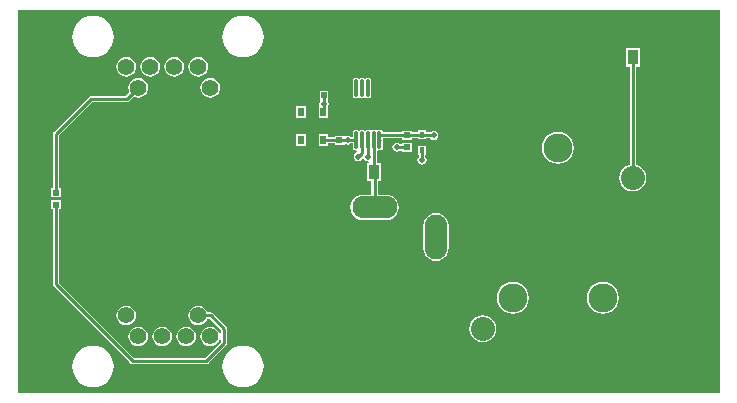
<source format=gtl>
G04*
G04 #@! TF.GenerationSoftware,Altium Limited,Altium Designer,20.2.4 (192)*
G04*
G04 Layer_Physical_Order=1*
G04 Layer_Color=255*
%FSLAX25Y25*%
%MOIN*%
G70*
G04*
G04 #@! TF.SameCoordinates,5AF248B1-ED0B-47C2-8BD6-9DFDD3C18100*
G04*
G04*
G04 #@! TF.FilePolarity,Positive*
G04*
G01*
G75*
%ADD10C,0.01000*%
G04:AMPARAMS|DCode=18|XSize=57.09mil|YSize=11.81mil|CornerRadius=1.48mil|HoleSize=0mil|Usage=FLASHONLY|Rotation=90.000|XOffset=0mil|YOffset=0mil|HoleType=Round|Shape=RoundedRectangle|*
%AMROUNDEDRECTD18*
21,1,0.05709,0.00886,0,0,90.0*
21,1,0.05413,0.01181,0,0,90.0*
1,1,0.00295,0.00443,0.02707*
1,1,0.00295,0.00443,-0.02707*
1,1,0.00295,-0.00443,-0.02707*
1,1,0.00295,-0.00443,0.02707*
%
%ADD18ROUNDEDRECTD18*%
%ADD19R,0.01575X0.01890*%
%ADD20R,0.02362X0.01968*%
%ADD21R,0.02165X0.03150*%
%ADD22R,0.03543X0.05118*%
%ADD23R,0.01968X0.01968*%
%ADD24R,0.01968X0.01968*%
%ADD39C,0.08200*%
%ADD40C,0.05500*%
%ADD41C,0.08000*%
%ADD42C,0.09600*%
%ADD43O,0.07480X0.14961*%
%ADD44O,0.14961X0.07480*%
%ADD45C,0.02000*%
G36*
X294256Y40390D02*
X60075D01*
Y168272D01*
X294256D01*
X294256Y40390D01*
D02*
G37*
%LPC*%
G36*
X135236Y166225D02*
X133884Y166092D01*
X132583Y165697D01*
X131384Y165056D01*
X130334Y164194D01*
X129471Y163143D01*
X128831Y161945D01*
X128436Y160644D01*
X128303Y159291D01*
X128436Y157939D01*
X128831Y156638D01*
X129471Y155439D01*
X130334Y154389D01*
X131384Y153526D01*
X132583Y152886D01*
X133884Y152491D01*
X135236Y152358D01*
X136589Y152491D01*
X137890Y152886D01*
X139088Y153526D01*
X140139Y154389D01*
X141001Y155439D01*
X141642Y156638D01*
X142036Y157939D01*
X142170Y159291D01*
X142036Y160644D01*
X141642Y161945D01*
X141001Y163143D01*
X140139Y164194D01*
X139088Y165056D01*
X137890Y165697D01*
X136589Y166092D01*
X135236Y166225D01*
D02*
G37*
G36*
X85236D02*
X83884Y166092D01*
X82583Y165697D01*
X81384Y165056D01*
X80334Y164194D01*
X79471Y163143D01*
X78831Y161945D01*
X78436Y160644D01*
X78303Y159291D01*
X78436Y157939D01*
X78831Y156638D01*
X79471Y155439D01*
X80334Y154389D01*
X81384Y153526D01*
X82583Y152886D01*
X83884Y152491D01*
X85236Y152358D01*
X86589Y152491D01*
X87889Y152886D01*
X89088Y153526D01*
X90139Y154389D01*
X91001Y155439D01*
X91642Y156638D01*
X92036Y157939D01*
X92170Y159291D01*
X92036Y160644D01*
X91642Y161945D01*
X91001Y163143D01*
X90139Y164194D01*
X89088Y165056D01*
X87889Y165697D01*
X86589Y166092D01*
X85236Y166225D01*
D02*
G37*
G36*
X120236Y152569D02*
X119388Y152458D01*
X118597Y152130D01*
X117918Y151609D01*
X117397Y150930D01*
X117070Y150140D01*
X116958Y149291D01*
X117070Y148443D01*
X117397Y147652D01*
X117918Y146973D01*
X118597Y146452D01*
X119388Y146125D01*
X120236Y146013D01*
X121085Y146125D01*
X121875Y146452D01*
X122554Y146973D01*
X123075Y147652D01*
X123403Y148443D01*
X123514Y149291D01*
X123403Y150140D01*
X123075Y150930D01*
X122554Y151609D01*
X121875Y152130D01*
X121085Y152458D01*
X120236Y152569D01*
D02*
G37*
G36*
X112236D02*
X111388Y152458D01*
X110597Y152130D01*
X109918Y151609D01*
X109397Y150930D01*
X109070Y150140D01*
X108958Y149291D01*
X109070Y148443D01*
X109397Y147652D01*
X109918Y146973D01*
X110597Y146452D01*
X111388Y146125D01*
X112236Y146013D01*
X113085Y146125D01*
X113875Y146452D01*
X114554Y146973D01*
X115075Y147652D01*
X115403Y148443D01*
X115514Y149291D01*
X115403Y150140D01*
X115075Y150930D01*
X114554Y151609D01*
X113875Y152130D01*
X113085Y152458D01*
X112236Y152569D01*
D02*
G37*
G36*
X104236D02*
X103388Y152458D01*
X102597Y152130D01*
X101918Y151609D01*
X101397Y150930D01*
X101070Y150140D01*
X100958Y149291D01*
X101070Y148443D01*
X101397Y147652D01*
X101918Y146973D01*
X102597Y146452D01*
X103388Y146125D01*
X104236Y146013D01*
X105085Y146125D01*
X105875Y146452D01*
X106554Y146973D01*
X107075Y147652D01*
X107403Y148443D01*
X107514Y149291D01*
X107403Y150140D01*
X107075Y150930D01*
X106554Y151609D01*
X105875Y152130D01*
X105085Y152458D01*
X104236Y152569D01*
D02*
G37*
G36*
X96236D02*
X95388Y152458D01*
X94597Y152130D01*
X93918Y151609D01*
X93397Y150930D01*
X93070Y150140D01*
X92958Y149291D01*
X93070Y148443D01*
X93397Y147652D01*
X93918Y146973D01*
X94597Y146452D01*
X95388Y146125D01*
X96236Y146013D01*
X97085Y146125D01*
X97875Y146452D01*
X98554Y146973D01*
X99075Y147652D01*
X99403Y148443D01*
X99514Y149291D01*
X99403Y150140D01*
X99075Y150930D01*
X98554Y151609D01*
X97875Y152130D01*
X97085Y152458D01*
X96236Y152569D01*
D02*
G37*
G36*
X177215Y145493D02*
X176329D01*
X176076Y145443D01*
X175787Y145329D01*
X175499Y145443D01*
X175246Y145493D01*
X174360D01*
X174108Y145443D01*
X173819Y145329D01*
X173530Y145443D01*
X173277Y145493D01*
X172392D01*
X172139Y145443D01*
X171925Y145300D01*
X171782Y145085D01*
X171731Y144833D01*
Y139419D01*
X171782Y139167D01*
X171925Y138952D01*
X172139Y138809D01*
X172392Y138759D01*
X173277D01*
X173530Y138809D01*
X173819Y138923D01*
X174108Y138809D01*
X174360Y138759D01*
X175246D01*
X175499Y138809D01*
X175787Y138923D01*
X176076Y138809D01*
X176329Y138759D01*
X177215D01*
X177467Y138809D01*
X177682Y138952D01*
X177825Y139167D01*
X177875Y139419D01*
Y144833D01*
X177825Y145085D01*
X177682Y145300D01*
X177467Y145443D01*
X177215Y145493D01*
D02*
G37*
G36*
X124236Y145569D02*
X123388Y145458D01*
X122597Y145130D01*
X121918Y144609D01*
X121397Y143930D01*
X121070Y143140D01*
X120958Y142291D01*
X121070Y141443D01*
X121397Y140652D01*
X121918Y139973D01*
X122597Y139453D01*
X123388Y139125D01*
X124236Y139013D01*
X125085Y139125D01*
X125875Y139453D01*
X126554Y139973D01*
X127075Y140652D01*
X127403Y141443D01*
X127514Y142291D01*
X127403Y143140D01*
X127075Y143930D01*
X126554Y144609D01*
X125875Y145130D01*
X125085Y145458D01*
X124236Y145569D01*
D02*
G37*
G36*
X100236D02*
X99388Y145458D01*
X98597Y145130D01*
X97918Y144609D01*
X97397Y143930D01*
X97070Y143140D01*
X96958Y142291D01*
X97070Y141443D01*
X97326Y140823D01*
X96105Y139602D01*
X84449D01*
X84059Y139525D01*
X83728Y139304D01*
X72114Y127690D01*
X71893Y127359D01*
X71815Y126969D01*
Y108768D01*
X71153D01*
Y105799D01*
X74516D01*
Y108768D01*
X73854D01*
Y126546D01*
X84871Y137563D01*
X96528D01*
X96918Y137641D01*
X97249Y137862D01*
X98768Y139382D01*
X99388Y139125D01*
X100236Y139013D01*
X101085Y139125D01*
X101875Y139453D01*
X102554Y139973D01*
X103075Y140652D01*
X103403Y141443D01*
X103514Y142291D01*
X103403Y143140D01*
X103075Y143930D01*
X102554Y144609D01*
X101875Y145130D01*
X101085Y145458D01*
X100236Y145569D01*
D02*
G37*
G36*
X163689Y141248D02*
X160721D01*
Y138279D01*
X160721D01*
X160916Y137779D01*
X160792Y137593D01*
X160675Y137008D01*
X160711Y136827D01*
X160425Y136327D01*
X160425D01*
Y132177D01*
X163591D01*
Y136327D01*
X163591Y136327D01*
X163608Y136408D01*
X163618Y136423D01*
X163734Y137008D01*
X163618Y137593D01*
X163493Y137779D01*
X163689Y138279D01*
X163689D01*
Y141248D01*
D02*
G37*
G36*
X156110Y136327D02*
X152945D01*
Y132177D01*
X156110D01*
Y136327D01*
D02*
G37*
G36*
X181152Y128170D02*
X180266D01*
X180013Y128120D01*
X179724Y128006D01*
X179436Y128120D01*
X179183Y128170D01*
X178297D01*
X178044Y128120D01*
X177756Y128006D01*
X177467Y128120D01*
X177215Y128170D01*
X176329D01*
X176076Y128120D01*
X175787Y128006D01*
X175499Y128120D01*
X175246Y128170D01*
X174360D01*
X174108Y128120D01*
X173819Y128006D01*
X173530Y128120D01*
X173277Y128170D01*
X172392D01*
X172139Y128120D01*
X171925Y127977D01*
X171782Y127762D01*
X171731Y127510D01*
Y125823D01*
X171202D01*
X171160Y125885D01*
X170664Y126216D01*
X170079Y126332D01*
X169493Y126216D01*
X169307Y126092D01*
X168807Y126287D01*
Y126287D01*
X165839D01*
Y125823D01*
X163591D01*
Y126878D01*
X160425D01*
Y122728D01*
X163591D01*
Y123784D01*
X165839D01*
Y123319D01*
X168807D01*
Y123319D01*
X169307Y123515D01*
X169493Y123390D01*
X170079Y123274D01*
X170664Y123390D01*
X171160Y123722D01*
X171202Y123784D01*
X171731D01*
Y122097D01*
X171782Y121844D01*
X171925Y121630D01*
X172139Y121486D01*
X172392Y121436D01*
X173016D01*
X173402Y121016D01*
X173416Y120970D01*
X173376Y120772D01*
X173037Y120704D01*
X172541Y120373D01*
X172209Y119877D01*
X172093Y119291D01*
X172209Y118706D01*
X172541Y118210D01*
X173037Y117878D01*
X173622Y117762D01*
X174207Y117878D01*
X174704Y118210D01*
X174897Y118500D01*
X175465D01*
X175659Y118210D01*
X176155Y117878D01*
X176740Y117762D01*
X176954Y117805D01*
X177368Y117400D01*
X177325Y117232D01*
X176665D01*
Y111114D01*
X178043D01*
Y106667D01*
X175323D01*
X174216Y106521D01*
X173185Y106094D01*
X172299Y105414D01*
X171619Y104528D01*
X171192Y103497D01*
X171046Y102390D01*
X171192Y101283D01*
X171619Y100251D01*
X172299Y99366D01*
X173185Y98686D01*
X174216Y98259D01*
X175323Y98113D01*
X182803D01*
X183910Y98259D01*
X184941Y98686D01*
X185827Y99366D01*
X186507Y100251D01*
X186934Y101283D01*
X187080Y102390D01*
X186934Y103497D01*
X186507Y104528D01*
X185827Y105414D01*
X184941Y106094D01*
X183910Y106521D01*
X182803Y106667D01*
X180083D01*
Y111114D01*
X181209D01*
Y117232D01*
X179760D01*
Y121066D01*
X179795Y121124D01*
X180260Y121437D01*
X180266Y121436D01*
X181152D01*
X181404Y121486D01*
X181618Y121630D01*
X181762Y121844D01*
X181812Y122097D01*
Y124678D01*
X181819Y124713D01*
X181812Y124747D01*
Y125358D01*
X188083D01*
Y124894D01*
X191445D01*
Y125477D01*
X193595D01*
Y125169D01*
X196169D01*
Y125477D01*
X197617D01*
X197738Y125296D01*
X198234Y124965D01*
X198819Y124849D01*
X199404Y124965D01*
X199900Y125296D01*
X200232Y125793D01*
X200348Y126378D01*
X200232Y126963D01*
X199900Y127459D01*
X199404Y127791D01*
X198819Y127907D01*
X198234Y127791D01*
X197822Y127516D01*
X196169D01*
Y128059D01*
X193595D01*
Y127516D01*
X191445D01*
Y127862D01*
X188083D01*
Y127398D01*
X181812D01*
Y127510D01*
X181762Y127762D01*
X181618Y127977D01*
X181404Y128120D01*
X181152Y128170D01*
D02*
G37*
G36*
X156110Y126878D02*
X152945D01*
Y122728D01*
X156110D01*
Y126878D01*
D02*
G37*
G36*
X186506Y123979D02*
X185921Y123863D01*
X185424Y123531D01*
X185093Y123035D01*
X184976Y122450D01*
X185093Y121865D01*
X185424Y121369D01*
X185921Y121037D01*
X186506Y120921D01*
X187091Y121037D01*
X187587Y121369D01*
X188083Y121346D01*
Y120957D01*
X191445D01*
Y123925D01*
X188083D01*
Y123555D01*
X187587Y123531D01*
X187091Y123863D01*
X186506Y123979D01*
D02*
G37*
G36*
X240158Y127616D02*
X238774Y127434D01*
X237485Y126900D01*
X236378Y126050D01*
X235528Y124943D01*
X234994Y123654D01*
X234812Y122270D01*
X234994Y120887D01*
X235528Y119597D01*
X236378Y118490D01*
X237485Y117640D01*
X238774Y117106D01*
X240158Y116924D01*
X241541Y117106D01*
X242830Y117640D01*
X243937Y118490D01*
X244787Y119597D01*
X245321Y120887D01*
X245503Y122270D01*
X245321Y123654D01*
X244787Y124943D01*
X243937Y126050D01*
X242830Y126900D01*
X241541Y127434D01*
X240158Y127616D01*
D02*
G37*
G36*
X196169Y122862D02*
X193595D01*
Y119972D01*
X193862D01*
Y119233D01*
X193800Y119192D01*
X193469Y118695D01*
X193352Y118110D01*
X193469Y117525D01*
X193800Y117029D01*
X194297Y116697D01*
X194882Y116581D01*
X195467Y116697D01*
X195963Y117029D01*
X196295Y117525D01*
X196411Y118110D01*
X196295Y118695D01*
X195963Y119192D01*
X195902Y119233D01*
Y119972D01*
X196169D01*
Y122862D01*
D02*
G37*
G36*
X267429Y155421D02*
X262886D01*
Y149303D01*
X264138D01*
Y116675D01*
X263983Y116654D01*
X262888Y116201D01*
X261948Y115480D01*
X261227Y114540D01*
X260773Y113445D01*
X260619Y112270D01*
X260773Y111095D01*
X261227Y110001D01*
X261948Y109061D01*
X262888Y108339D01*
X263983Y107886D01*
X265158Y107731D01*
X266332Y107886D01*
X267427Y108339D01*
X268367Y109061D01*
X269088Y110001D01*
X269542Y111095D01*
X269696Y112270D01*
X269542Y113445D01*
X269088Y114540D01*
X268367Y115480D01*
X267427Y116201D01*
X266332Y116654D01*
X266177Y116675D01*
Y149303D01*
X267429D01*
Y155421D01*
D02*
G37*
G36*
X199535Y100564D02*
X198428Y100418D01*
X197397Y99991D01*
X196511Y99312D01*
X195832Y98426D01*
X195404Y97394D01*
X195259Y96287D01*
Y88807D01*
X195404Y87700D01*
X195832Y86669D01*
X196511Y85783D01*
X197397Y85103D01*
X198428Y84676D01*
X199535Y84530D01*
X200642Y84676D01*
X201674Y85103D01*
X202559Y85783D01*
X203239Y86669D01*
X203666Y87700D01*
X203812Y88807D01*
Y96287D01*
X203666Y97394D01*
X203239Y98426D01*
X202559Y99312D01*
X201674Y99991D01*
X200642Y100418D01*
X199535Y100564D01*
D02*
G37*
G36*
X255157Y77616D02*
X253774Y77434D01*
X252485Y76900D01*
X251378Y76050D01*
X250528Y74943D01*
X249994Y73654D01*
X249812Y72270D01*
X249994Y70886D01*
X250528Y69597D01*
X251378Y68490D01*
X252485Y67641D01*
X253774Y67106D01*
X255157Y66924D01*
X256541Y67106D01*
X257830Y67641D01*
X258938Y68490D01*
X259787Y69597D01*
X260321Y70886D01*
X260503Y72270D01*
X260321Y73654D01*
X259787Y74943D01*
X258938Y76050D01*
X257830Y76900D01*
X256541Y77434D01*
X255157Y77616D01*
D02*
G37*
G36*
X225157D02*
X223774Y77434D01*
X222485Y76900D01*
X221377Y76050D01*
X220528Y74943D01*
X219994Y73654D01*
X219812Y72270D01*
X219994Y70886D01*
X220528Y69597D01*
X221377Y68490D01*
X222485Y67641D01*
X223774Y67106D01*
X225157Y66924D01*
X226541Y67106D01*
X227830Y67641D01*
X228938Y68490D01*
X229787Y69597D01*
X230321Y70886D01*
X230503Y72270D01*
X230321Y73654D01*
X229787Y74943D01*
X228938Y76050D01*
X227830Y76900D01*
X226541Y77434D01*
X225157Y77616D01*
D02*
G37*
G36*
X96236Y69648D02*
X95388Y69536D01*
X94597Y69209D01*
X93918Y68688D01*
X93397Y68009D01*
X93070Y67219D01*
X92958Y66370D01*
X93070Y65522D01*
X93397Y64731D01*
X93918Y64052D01*
X94597Y63531D01*
X95388Y63204D01*
X96236Y63092D01*
X97085Y63204D01*
X97875Y63531D01*
X98554Y64052D01*
X99075Y64731D01*
X99403Y65522D01*
X99514Y66370D01*
X99403Y67219D01*
X99075Y68009D01*
X98554Y68688D01*
X97875Y69209D01*
X97085Y69536D01*
X96236Y69648D01*
D02*
G37*
G36*
X215158Y66509D02*
X213983Y66354D01*
X212888Y65901D01*
X211948Y65180D01*
X211227Y64240D01*
X210773Y63145D01*
X210619Y61970D01*
X210773Y60795D01*
X211227Y59701D01*
X211948Y58761D01*
X212888Y58039D01*
X213983Y57586D01*
X215158Y57431D01*
X216332Y57586D01*
X217427Y58039D01*
X218367Y58761D01*
X219088Y59701D01*
X219542Y60795D01*
X219696Y61970D01*
X219542Y63145D01*
X219088Y64240D01*
X218367Y65180D01*
X217427Y65901D01*
X216332Y66354D01*
X215158Y66509D01*
D02*
G37*
G36*
X116236Y62648D02*
X115388Y62536D01*
X114597Y62209D01*
X113918Y61688D01*
X113397Y61009D01*
X113070Y60219D01*
X112958Y59370D01*
X113070Y58522D01*
X113397Y57731D01*
X113918Y57052D01*
X114597Y56531D01*
X115388Y56204D01*
X116236Y56092D01*
X117085Y56204D01*
X117875Y56531D01*
X118554Y57052D01*
X119075Y57731D01*
X119403Y58522D01*
X119514Y59370D01*
X119403Y60219D01*
X119075Y61009D01*
X118554Y61688D01*
X117875Y62209D01*
X117085Y62536D01*
X116236Y62648D01*
D02*
G37*
G36*
X108236D02*
X107388Y62536D01*
X106597Y62209D01*
X105918Y61688D01*
X105397Y61009D01*
X105070Y60219D01*
X104958Y59370D01*
X105070Y58522D01*
X105397Y57731D01*
X105918Y57052D01*
X106597Y56531D01*
X107388Y56204D01*
X108236Y56092D01*
X109085Y56204D01*
X109875Y56531D01*
X110554Y57052D01*
X111075Y57731D01*
X111403Y58522D01*
X111514Y59370D01*
X111403Y60219D01*
X111075Y61009D01*
X110554Y61688D01*
X109875Y62209D01*
X109085Y62536D01*
X108236Y62648D01*
D02*
G37*
G36*
X100236D02*
X99388Y62536D01*
X98597Y62209D01*
X97918Y61688D01*
X97397Y61009D01*
X97070Y60219D01*
X96958Y59370D01*
X97070Y58522D01*
X97397Y57731D01*
X97918Y57052D01*
X98597Y56531D01*
X99388Y56204D01*
X100236Y56092D01*
X101085Y56204D01*
X101875Y56531D01*
X102554Y57052D01*
X103075Y57731D01*
X103403Y58522D01*
X103514Y59370D01*
X103403Y60219D01*
X103075Y61009D01*
X102554Y61688D01*
X101875Y62209D01*
X101085Y62536D01*
X100236Y62648D01*
D02*
G37*
G36*
X74516Y104831D02*
X71153D01*
Y101862D01*
X71815D01*
Y76772D01*
X71893Y76381D01*
X72114Y76051D01*
X97704Y50460D01*
X98035Y50239D01*
X98425Y50161D01*
X123031D01*
X123422Y50239D01*
X123752Y50460D01*
X129658Y56366D01*
X129879Y56696D01*
X129957Y57087D01*
Y62008D01*
X129879Y62398D01*
X129658Y62729D01*
X125296Y67091D01*
X124965Y67312D01*
X124575Y67390D01*
X123332D01*
X123075Y68009D01*
X122554Y68688D01*
X121875Y69209D01*
X121085Y69536D01*
X120236Y69648D01*
X119388Y69536D01*
X118597Y69209D01*
X117918Y68688D01*
X117397Y68009D01*
X117070Y67219D01*
X116958Y66370D01*
X117070Y65522D01*
X117397Y64731D01*
X117918Y64052D01*
X118597Y63531D01*
X119388Y63204D01*
X120236Y63092D01*
X121085Y63204D01*
X121875Y63531D01*
X122554Y64052D01*
X123075Y64731D01*
X123332Y65351D01*
X124153D01*
X127917Y61585D01*
Y60138D01*
X127417Y60106D01*
X127403Y60219D01*
X127075Y61009D01*
X126554Y61688D01*
X125875Y62209D01*
X125085Y62536D01*
X124236Y62648D01*
X123388Y62536D01*
X122597Y62209D01*
X121918Y61688D01*
X121397Y61009D01*
X121070Y60219D01*
X120958Y59370D01*
X121070Y58522D01*
X121397Y57731D01*
X121918Y57052D01*
X122597Y56531D01*
X123388Y56204D01*
X124236Y56092D01*
X125085Y56204D01*
X125875Y56531D01*
X126554Y57052D01*
X127075Y57731D01*
X127403Y58522D01*
X127417Y58635D01*
X127917Y58602D01*
Y57509D01*
X122609Y52201D01*
X98848D01*
X73854Y77194D01*
Y101862D01*
X74516D01*
Y104831D01*
D02*
G37*
G36*
X135236Y56304D02*
X133884Y56170D01*
X132583Y55776D01*
X131384Y55135D01*
X130334Y54273D01*
X129471Y53222D01*
X128831Y52023D01*
X128436Y50723D01*
X128303Y49370D01*
X128436Y48017D01*
X128831Y46717D01*
X129471Y45518D01*
X130334Y44467D01*
X131384Y43605D01*
X132583Y42965D01*
X133884Y42570D01*
X135236Y42437D01*
X136589Y42570D01*
X137890Y42965D01*
X139088Y43605D01*
X140139Y44467D01*
X141001Y45518D01*
X141642Y46717D01*
X142036Y48017D01*
X142170Y49370D01*
X142036Y50723D01*
X141642Y52023D01*
X141001Y53222D01*
X140139Y54273D01*
X139088Y55135D01*
X137890Y55776D01*
X136589Y56170D01*
X135236Y56304D01*
D02*
G37*
G36*
X85236D02*
X83884Y56170D01*
X82583Y55776D01*
X81384Y55135D01*
X80334Y54273D01*
X79471Y53222D01*
X78831Y52023D01*
X78436Y50723D01*
X78303Y49370D01*
X78436Y48017D01*
X78831Y46717D01*
X79471Y45518D01*
X80334Y44467D01*
X81384Y43605D01*
X82583Y42965D01*
X83884Y42570D01*
X85236Y42437D01*
X86589Y42570D01*
X87889Y42965D01*
X89088Y43605D01*
X90139Y44467D01*
X91001Y45518D01*
X91642Y46717D01*
X92036Y48017D01*
X92170Y49370D01*
X92036Y50723D01*
X91642Y52023D01*
X91001Y53222D01*
X90139Y54273D01*
X89088Y55135D01*
X87889Y55776D01*
X86589Y56170D01*
X85236Y56304D01*
D02*
G37*
%LPD*%
D10*
X123031Y51181D02*
X128937Y57087D01*
X72835Y76772D02*
X98425Y51181D01*
X123031D01*
X72835Y76772D02*
Y103347D01*
X120236Y66370D02*
X124575D01*
X128937Y62008D01*
Y57087D02*
Y62008D01*
X72835Y126969D02*
X84449Y138583D01*
X96528D02*
X100236Y142291D01*
X84449Y138583D02*
X96528D01*
X72835Y107283D02*
Y126969D01*
X179063Y102390D02*
Y114047D01*
X178937Y114173D02*
X179063Y114047D01*
Y102390D02*
X182803D01*
X186614Y109843D02*
Y113976D01*
X176756Y119307D02*
Y124787D01*
X178740Y114370D02*
Y124803D01*
Y114370D02*
X178937Y114173D01*
X176740Y119291D02*
X176756Y119307D01*
Y124787D02*
X176772Y124803D01*
X186417Y114173D02*
X186614Y113976D01*
X265158Y112270D02*
Y152362D01*
X257480Y148031D02*
Y152165D01*
X180799Y126378D02*
X189764D01*
X180709Y126287D02*
X180799Y126378D01*
X180709Y124803D02*
Y126287D01*
X194882Y118110D02*
Y121417D01*
X186506Y122450D02*
X189755D01*
X189764Y122441D01*
X189764Y122441D01*
X173622Y119291D02*
X174803Y120472D01*
X167323Y128740D02*
Y131496D01*
X179326Y146697D02*
X180556D01*
X178740Y142126D02*
Y146112D01*
X179326Y146697D01*
X180556D02*
X180709Y146850D01*
X178740Y142126D02*
X178740Y142126D01*
X180709Y142126D02*
Y146850D01*
X162008Y134252D02*
X162106Y134350D01*
Y136909D01*
X162205Y137008D01*
Y139370D01*
X158268Y137008D02*
Y139370D01*
X158268Y137008D02*
X158268Y137008D01*
X158268Y134252D02*
Y137008D01*
X194764Y126496D02*
X194882Y126614D01*
X189882Y126496D02*
X194764D01*
X189764Y126378D02*
X189882Y126496D01*
X167323Y124803D02*
X170079D01*
X162008D02*
X167323D01*
X170079D02*
X172835D01*
X194882Y126614D02*
X195000Y126496D01*
X180709Y124803D02*
X180799Y124713D01*
X174803Y120472D02*
Y124803D01*
X195000Y126496D02*
X198701D01*
X198819Y126378D01*
D18*
X172835Y142126D02*
D03*
X174803D02*
D03*
X176772D02*
D03*
X178740D02*
D03*
X180709D02*
D03*
Y124803D02*
D03*
X178740D02*
D03*
X176772D02*
D03*
X172835D02*
D03*
X174803D02*
D03*
D19*
X194882Y126614D02*
D03*
Y121417D02*
D03*
D20*
X72835Y103347D02*
D03*
Y107283D02*
D03*
X189764Y122441D02*
D03*
Y126378D02*
D03*
D21*
X162008Y124803D02*
D03*
X154527D02*
D03*
Y134252D02*
D03*
X158268D02*
D03*
X162008D02*
D03*
D22*
X265158Y152362D02*
D03*
X257677D02*
D03*
X186417Y114173D02*
D03*
X178937D02*
D03*
D23*
X167323Y124803D02*
D03*
Y128740D02*
D03*
D24*
X162205Y139764D02*
D03*
X158268D02*
D03*
D39*
X78236Y145791D02*
D03*
X142236D02*
D03*
X78236Y62870D02*
D03*
X142236D02*
D03*
D40*
X124236Y142291D02*
D03*
X120236Y149291D02*
D03*
X116236Y142291D02*
D03*
X112236Y149291D02*
D03*
X108236Y142291D02*
D03*
X104236Y149291D02*
D03*
X100236Y142291D02*
D03*
X96236Y149291D02*
D03*
X124236Y59370D02*
D03*
X120236Y66370D02*
D03*
X116236Y59370D02*
D03*
X112236Y66370D02*
D03*
X108236Y59370D02*
D03*
X104236Y66370D02*
D03*
X100236Y59370D02*
D03*
X96236Y66370D02*
D03*
D41*
X265158Y112270D02*
D03*
X240158Y61970D02*
D03*
X215158D02*
D03*
D42*
X255157Y72270D02*
D03*
X225157D02*
D03*
X240158Y122270D02*
D03*
D43*
X199535Y92547D02*
D03*
D44*
X179063Y102390D02*
D03*
Y48453D02*
D03*
D45*
X134252Y150000D02*
D03*
X135827Y146850D02*
D03*
X104331Y54724D02*
D03*
X111811D02*
D03*
X120472Y55118D02*
D03*
X120079Y70866D02*
D03*
X112205Y70866D02*
D03*
X100000Y152362D02*
D03*
X105512Y160236D02*
D03*
X118898Y160630D02*
D03*
X111417D02*
D03*
X135039Y120079D02*
D03*
X130709Y130709D02*
D03*
Y137402D02*
D03*
Y141339D02*
D03*
X135827Y141732D02*
D03*
X283465Y153543D02*
D03*
Y129921D02*
D03*
Y106299D02*
D03*
X289370Y94488D02*
D03*
X283465Y82677D02*
D03*
X289370Y70866D02*
D03*
X283465Y59055D02*
D03*
X271654Y153543D02*
D03*
X277559Y141732D02*
D03*
X271654Y129921D02*
D03*
X277559Y118110D02*
D03*
X271654Y106299D02*
D03*
X277559Y94488D02*
D03*
X271654Y82677D02*
D03*
X277559Y70866D02*
D03*
X271654Y59055D02*
D03*
X259842Y129921D02*
D03*
Y106299D02*
D03*
X265748Y94488D02*
D03*
X259842Y82677D02*
D03*
X265748Y70866D02*
D03*
X259842Y59055D02*
D03*
X248031Y153543D02*
D03*
X253937Y141732D02*
D03*
X248031Y129921D02*
D03*
X253937Y118110D02*
D03*
X248031Y106299D02*
D03*
X253937Y94488D02*
D03*
X248031Y82677D02*
D03*
Y59055D02*
D03*
X236220Y153543D02*
D03*
X242126Y141732D02*
D03*
X236220Y129921D02*
D03*
Y106299D02*
D03*
X242126Y94488D02*
D03*
X236220Y82677D02*
D03*
X242126Y70866D02*
D03*
X224409Y153543D02*
D03*
X230315Y141732D02*
D03*
X224409Y129921D02*
D03*
X230315Y118110D02*
D03*
X224409Y106299D02*
D03*
X230315Y94488D02*
D03*
X224409Y82677D02*
D03*
Y59055D02*
D03*
X212598Y153543D02*
D03*
X218504Y141732D02*
D03*
X212598Y129921D02*
D03*
X218504Y118110D02*
D03*
X212598Y106299D02*
D03*
X218504Y94488D02*
D03*
X212598Y82677D02*
D03*
X218504Y70866D02*
D03*
X200787Y153543D02*
D03*
X206693Y141732D02*
D03*
X200787Y129921D02*
D03*
Y106299D02*
D03*
X206693Y94488D02*
D03*
X200787Y82677D02*
D03*
X206693Y70866D02*
D03*
X200787Y59055D02*
D03*
X188976Y153543D02*
D03*
X194882Y141732D02*
D03*
X188976Y129921D02*
D03*
Y106299D02*
D03*
Y82677D02*
D03*
X194882Y70866D02*
D03*
X188976Y59055D02*
D03*
X177165Y153543D02*
D03*
X183071Y141732D02*
D03*
X177165Y129921D02*
D03*
X183071Y94488D02*
D03*
X177165Y82677D02*
D03*
X183071Y70866D02*
D03*
X177165Y59055D02*
D03*
X165354Y153543D02*
D03*
Y106299D02*
D03*
X171260Y94488D02*
D03*
X165354Y82677D02*
D03*
X171260Y70866D02*
D03*
X165354Y59055D02*
D03*
X153543Y153543D02*
D03*
Y129921D02*
D03*
Y106299D02*
D03*
X159449Y94488D02*
D03*
X153543Y82677D02*
D03*
X159449Y70866D02*
D03*
X153543Y59055D02*
D03*
X141732Y153543D02*
D03*
X147638Y141732D02*
D03*
X141732Y129921D02*
D03*
Y106299D02*
D03*
X147638Y94488D02*
D03*
X141732Y82677D02*
D03*
X147638Y70866D02*
D03*
X129921Y106299D02*
D03*
X135827Y94488D02*
D03*
X129921Y82677D02*
D03*
X135827Y70866D02*
D03*
X118110Y153543D02*
D03*
Y129921D02*
D03*
X124016Y118110D02*
D03*
Y94488D02*
D03*
X106299Y129921D02*
D03*
X112205Y118110D02*
D03*
Y94488D02*
D03*
X100394Y118110D02*
D03*
X94488Y59055D02*
D03*
X88583Y94488D02*
D03*
X82677Y82677D02*
D03*
X88583Y70866D02*
D03*
X82677Y59055D02*
D03*
X139370Y124016D02*
D03*
X92520Y143701D02*
D03*
X124803Y151575D02*
D03*
X112205Y154331D02*
D03*
X149606Y124016D02*
D03*
X131496D02*
D03*
X130709Y146457D02*
D03*
X144882Y118504D02*
D03*
X161811Y113779D02*
D03*
X170079D02*
D03*
X150000Y113386D02*
D03*
X142126D02*
D03*
X132677D02*
D03*
X122047Y112205D02*
D03*
X118110Y108268D02*
D03*
X124130Y104704D02*
D03*
X120079Y100394D02*
D03*
Y88583D02*
D03*
Y80709D02*
D03*
X106299Y112205D02*
D03*
X100394Y125984D02*
D03*
X108268Y100394D02*
D03*
X102362Y106299D02*
D03*
X96457Y112205D02*
D03*
X92520Y118110D02*
D03*
Y125984D02*
D03*
Y133858D02*
D03*
X100394Y137008D02*
D03*
X153150Y118504D02*
D03*
X112992Y104724D02*
D03*
X112205Y81890D02*
D03*
X170472Y118504D02*
D03*
X173622Y119291D02*
D03*
X186614Y109843D02*
D03*
X174803Y112992D02*
D03*
X176740Y119291D02*
D03*
X70866Y165354D02*
D03*
X102362D02*
D03*
X110236D02*
D03*
X118110D02*
D03*
X125984D02*
D03*
X141732D02*
D03*
X149606D02*
D03*
X157480D02*
D03*
X165354D02*
D03*
X173228D02*
D03*
X181102D02*
D03*
X188976D02*
D03*
X196850D02*
D03*
X204724D02*
D03*
X212598D02*
D03*
X220472D02*
D03*
X228346D02*
D03*
X236220D02*
D03*
X244094D02*
D03*
X251968D02*
D03*
X259842D02*
D03*
X267716D02*
D03*
X275590D02*
D03*
X283464D02*
D03*
X62992D02*
D03*
X283464Y43307D02*
D03*
X275590D02*
D03*
X267716D02*
D03*
X259842D02*
D03*
X251968D02*
D03*
X244094D02*
D03*
X236220D02*
D03*
X228346D02*
D03*
X220472D02*
D03*
X212598D02*
D03*
X204724D02*
D03*
X196850D02*
D03*
X188976D02*
D03*
X181102D02*
D03*
X173228D02*
D03*
X165354D02*
D03*
X157480D02*
D03*
X149606D02*
D03*
X141732D02*
D03*
X125984D02*
D03*
X118110D02*
D03*
X110236D02*
D03*
X102362D02*
D03*
X94488D02*
D03*
X78740D02*
D03*
X70866D02*
D03*
X189764Y118898D02*
D03*
X181890Y119291D02*
D03*
X107480Y137008D02*
D03*
X129528Y118898D02*
D03*
X194882Y118110D02*
D03*
X186506Y122450D02*
D03*
X167323Y131496D02*
D03*
X180709Y146850D02*
D03*
X162205Y137008D02*
D03*
X158268D02*
D03*
X170079Y124803D02*
D03*
X198819Y126378D02*
D03*
X291339Y165354D02*
D03*
Y157480D02*
D03*
Y149606D02*
D03*
Y141732D02*
D03*
Y133858D02*
D03*
Y125984D02*
D03*
Y118110D02*
D03*
Y110236D02*
D03*
Y98425D02*
D03*
Y90551D02*
D03*
Y82677D02*
D03*
Y74803D02*
D03*
Y66929D02*
D03*
Y59055D02*
D03*
Y51181D02*
D03*
Y43307D02*
D03*
Y104331D02*
D03*
X62992D02*
D03*
Y157480D02*
D03*
Y149606D02*
D03*
Y141732D02*
D03*
Y133858D02*
D03*
Y125984D02*
D03*
Y118110D02*
D03*
Y110236D02*
D03*
Y98425D02*
D03*
Y90551D02*
D03*
Y82677D02*
D03*
Y74803D02*
D03*
Y66929D02*
D03*
Y59055D02*
D03*
Y51181D02*
D03*
Y43307D02*
D03*
X257480Y148031D02*
D03*
M02*

</source>
